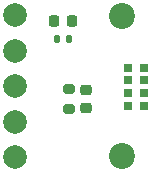
<source format=gbr>
%TF.GenerationSoftware,KiCad,Pcbnew,8.0.6*%
%TF.CreationDate,2024-12-03T19:32:54-08:00*%
%TF.ProjectId,VCNL4040Breakout,56434e4c-3430-4343-9042-7265616b6f75,rev?*%
%TF.SameCoordinates,Original*%
%TF.FileFunction,Soldermask,Top*%
%TF.FilePolarity,Negative*%
%FSLAX46Y46*%
G04 Gerber Fmt 4.6, Leading zero omitted, Abs format (unit mm)*
G04 Created by KiCad (PCBNEW 8.0.6) date 2024-12-03 19:32:54*
%MOMM*%
%LPD*%
G01*
G04 APERTURE LIST*
G04 Aperture macros list*
%AMRoundRect*
0 Rectangle with rounded corners*
0 $1 Rounding radius*
0 $2 $3 $4 $5 $6 $7 $8 $9 X,Y pos of 4 corners*
0 Add a 4 corners polygon primitive as box body*
4,1,4,$2,$3,$4,$5,$6,$7,$8,$9,$2,$3,0*
0 Add four circle primitives for the rounded corners*
1,1,$1+$1,$2,$3*
1,1,$1+$1,$4,$5*
1,1,$1+$1,$6,$7*
1,1,$1+$1,$8,$9*
0 Add four rect primitives between the rounded corners*
20,1,$1+$1,$2,$3,$4,$5,0*
20,1,$1+$1,$4,$5,$6,$7,0*
20,1,$1+$1,$6,$7,$8,$9,0*
20,1,$1+$1,$8,$9,$2,$3,0*%
G04 Aperture macros list end*
%ADD10C,2.200000*%
%ADD11RoundRect,0.200000X-0.275000X0.200000X-0.275000X-0.200000X0.275000X-0.200000X0.275000X0.200000X0*%
%ADD12R,0.700000X0.725000*%
%ADD13C,2.000000*%
%ADD14RoundRect,0.225000X-0.250000X0.225000X-0.250000X-0.225000X0.250000X-0.225000X0.250000X0.225000X0*%
%ADD15RoundRect,0.225000X-0.225000X-0.250000X0.225000X-0.250000X0.225000X0.250000X-0.225000X0.250000X0*%
%ADD16RoundRect,0.135000X-0.135000X-0.185000X0.135000X-0.185000X0.135000X0.185000X-0.135000X0.185000X0*%
G04 APERTURE END LIST*
D10*
%TO.C,M2*%
X131000000Y-103400000D03*
%TD*%
%TO.C,M2*%
X131000000Y-91600000D03*
%TD*%
D11*
%TO.C,R2*%
X126500000Y-97775000D03*
X126500000Y-99425000D03*
%TD*%
D12*
%TO.C,IC1*%
X131500000Y-95926000D03*
X131500000Y-97001000D03*
X131500000Y-98076000D03*
X131500000Y-99151000D03*
X132900000Y-99151000D03*
X132900000Y-98076000D03*
X132900000Y-97001000D03*
X132900000Y-95926000D03*
%TD*%
D13*
%TO.C,SCL*%
X122000000Y-100500000D03*
%TD*%
%TO.C,SDA*%
X122000000Y-103500000D03*
%TD*%
%TO.C,3V3*%
X122000000Y-91500000D03*
%TD*%
D14*
%TO.C,C1*%
X128000000Y-97825000D03*
X128000000Y-99375000D03*
%TD*%
D15*
%TO.C,C2*%
X125225000Y-92000000D03*
X126775000Y-92000000D03*
%TD*%
D13*
%TO.C,GND*%
X122000000Y-94500000D03*
%TD*%
%TO.C,INT*%
X122000000Y-97500000D03*
%TD*%
D16*
%TO.C,R1*%
X125490000Y-93500000D03*
X126510000Y-93500000D03*
%TD*%
M02*

</source>
